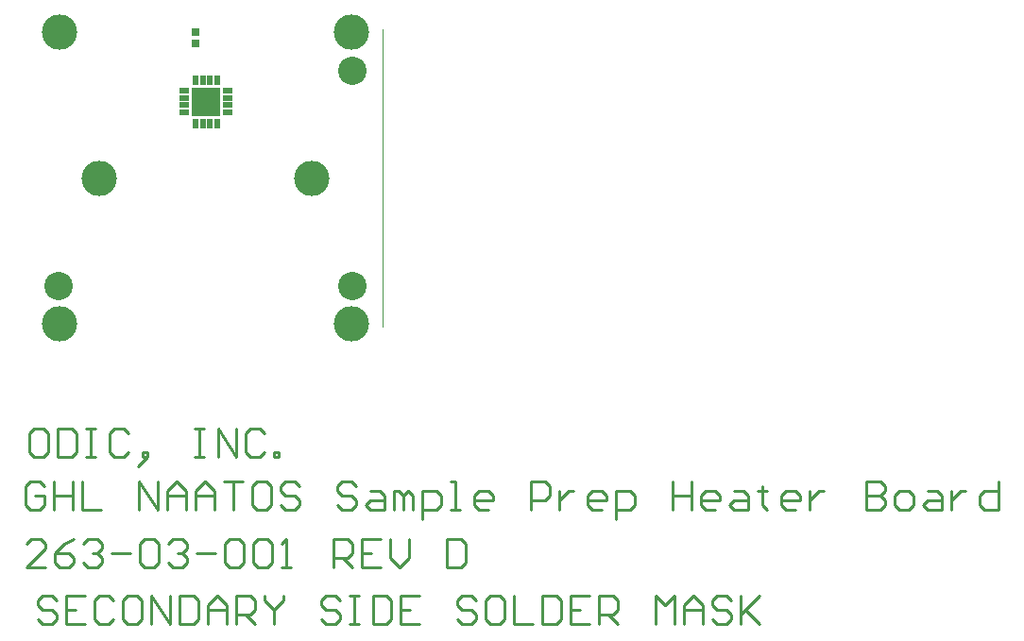
<source format=gbs>
G04*
G04 #@! TF.GenerationSoftware,Altium Limited,Altium Designer,24.9.1 (31)*
G04*
G04 Layer_Color=16711935*
%FSLAX44Y44*%
%MOMM*%
G71*
G04*
G04 #@! TF.SameCoordinates,8DF27061-4A41-470E-9062-B82E270B293B*
G04*
G04*
G04 #@! TF.FilePolarity,Negative*
G04*
G01*
G75*
%ADD11C,0.2540*%
%ADD13C,0.0127*%
%ADD18C,2.5400*%
%ADD19C,3.1750*%
%ADD28R,2.5908X2.5908*%
%ADD33R,0.4826X0.9398*%
%ADD34R,0.9398X0.4826*%
%ADD35R,0.7270X0.7270*%
D11*
X24874Y-219989D02*
X20642Y-215757D01*
X12178D01*
X7947Y-219989D01*
Y-224221D01*
X12178Y-228453D01*
X20642D01*
X24874Y-232685D01*
Y-236917D01*
X20642Y-241148D01*
X12178D01*
X7947Y-236917D01*
X50266Y-215757D02*
X33338D01*
Y-241148D01*
X50266D01*
X33338Y-228453D02*
X41802D01*
X75658Y-219989D02*
X71426Y-215757D01*
X62962D01*
X58730Y-219989D01*
Y-236917D01*
X62962Y-241148D01*
X71426D01*
X75658Y-236917D01*
X96818Y-215757D02*
X88354D01*
X84122Y-219989D01*
Y-236917D01*
X88354Y-241148D01*
X96818D01*
X101050Y-236917D01*
Y-219989D01*
X96818Y-215757D01*
X109514Y-241148D02*
Y-215757D01*
X126442Y-241148D01*
Y-215757D01*
X134906D02*
Y-241148D01*
X147601D01*
X151833Y-236917D01*
Y-219989D01*
X147601Y-215757D01*
X134906D01*
X160297Y-241148D02*
Y-224221D01*
X168761Y-215757D01*
X177225Y-224221D01*
Y-241148D01*
Y-228453D01*
X160297D01*
X185689Y-241148D02*
Y-215757D01*
X198385D01*
X202617Y-219989D01*
Y-228453D01*
X198385Y-232685D01*
X185689D01*
X194153D02*
X202617Y-241148D01*
X211081Y-215757D02*
Y-219989D01*
X219545Y-228453D01*
X228009Y-219989D01*
Y-215757D01*
X219545Y-228453D02*
Y-241148D01*
X278792Y-219989D02*
X274560Y-215757D01*
X266096D01*
X261864Y-219989D01*
Y-224221D01*
X266096Y-228453D01*
X274560D01*
X278792Y-232685D01*
Y-236917D01*
X274560Y-241148D01*
X266096D01*
X261864Y-236917D01*
X287256Y-215757D02*
X295720D01*
X291488D01*
Y-241148D01*
X287256D01*
X295720D01*
X308416Y-215757D02*
Y-241148D01*
X321112D01*
X325344Y-236917D01*
Y-219989D01*
X321112Y-215757D01*
X308416D01*
X350736D02*
X333808D01*
Y-241148D01*
X350736D01*
X333808Y-228453D02*
X342272D01*
X401519Y-219989D02*
X397287Y-215757D01*
X388824D01*
X384591Y-219989D01*
Y-224221D01*
X388824Y-228453D01*
X397287D01*
X401519Y-232685D01*
Y-236917D01*
X397287Y-241148D01*
X388824D01*
X384591Y-236917D01*
X422679Y-215757D02*
X414215D01*
X409983Y-219989D01*
Y-236917D01*
X414215Y-241148D01*
X422679D01*
X426911Y-236917D01*
Y-219989D01*
X422679Y-215757D01*
X435375D02*
Y-241148D01*
X452303D01*
X460767Y-215757D02*
Y-241148D01*
X473463D01*
X477695Y-236917D01*
Y-219989D01*
X473463Y-215757D01*
X460767D01*
X503087D02*
X486159D01*
Y-241148D01*
X503087D01*
X486159Y-228453D02*
X494623D01*
X511550Y-241148D02*
Y-215757D01*
X524246D01*
X528478Y-219989D01*
Y-228453D01*
X524246Y-232685D01*
X511550D01*
X520014D02*
X528478Y-241148D01*
X562334D02*
Y-215757D01*
X570798Y-224221D01*
X579262Y-215757D01*
Y-241148D01*
X587726D02*
Y-224221D01*
X596190Y-215757D01*
X604654Y-224221D01*
Y-241148D01*
Y-228453D01*
X587726D01*
X630046Y-219989D02*
X625813Y-215757D01*
X617350D01*
X613118Y-219989D01*
Y-224221D01*
X617350Y-228453D01*
X625813D01*
X630046Y-232685D01*
Y-236917D01*
X625813Y-241148D01*
X617350D01*
X613118Y-236917D01*
X638509Y-215757D02*
Y-241148D01*
Y-232685D01*
X655437Y-215757D01*
X642741Y-228453D01*
X655437Y-241148D01*
X12982Y-65749D02*
X4518D01*
X287Y-69981D01*
Y-86909D01*
X4518Y-91141D01*
X12982D01*
X17214Y-86909D01*
Y-69981D01*
X12982Y-65749D01*
X25678D02*
Y-91141D01*
X38374D01*
X42606Y-86909D01*
Y-69981D01*
X38374Y-65749D01*
X25678D01*
X51070D02*
X59534D01*
X55302D01*
Y-91141D01*
X51070D01*
X59534D01*
X89158Y-69981D02*
X84926Y-65749D01*
X76462D01*
X72230Y-69981D01*
Y-86909D01*
X76462Y-91141D01*
X84926D01*
X89158Y-86909D01*
X101854Y-95372D02*
X106086Y-91141D01*
Y-86909D01*
X101854D01*
Y-91141D01*
X106086D01*
X101854Y-95372D01*
X97622Y-99605D01*
X148405Y-65749D02*
X156869D01*
X152637D01*
Y-91141D01*
X148405D01*
X156869D01*
X169565D02*
Y-65749D01*
X186493Y-91141D01*
Y-65749D01*
X211885Y-69981D02*
X207653Y-65749D01*
X199189D01*
X194957Y-69981D01*
Y-86909D01*
X199189Y-91141D01*
X207653D01*
X211885Y-86909D01*
X220349Y-91141D02*
Y-86909D01*
X224581D01*
Y-91141D01*
X220349D01*
X14468Y-117106D02*
X10236Y-112874D01*
X1772D01*
X-2460Y-117106D01*
Y-134034D01*
X1772Y-138266D01*
X10236D01*
X14468Y-134034D01*
Y-125570D01*
X6004D01*
X22932Y-112874D02*
Y-138266D01*
Y-125570D01*
X39860D01*
Y-112874D01*
Y-138266D01*
X48324Y-112874D02*
Y-138266D01*
X65251D01*
X99107D02*
Y-112874D01*
X116035Y-138266D01*
Y-112874D01*
X124499Y-138266D02*
Y-121338D01*
X132963Y-112874D01*
X141427Y-121338D01*
Y-138266D01*
Y-125570D01*
X124499D01*
X149891Y-138266D02*
Y-121338D01*
X158355Y-112874D01*
X166819Y-121338D01*
Y-138266D01*
Y-125570D01*
X149891D01*
X175283Y-112874D02*
X192210D01*
X183746D01*
Y-138266D01*
X213370Y-112874D02*
X204906D01*
X200674Y-117106D01*
Y-134034D01*
X204906Y-138266D01*
X213370D01*
X217602Y-134034D01*
Y-117106D01*
X213370Y-112874D01*
X242994Y-117106D02*
X238762Y-112874D01*
X230298D01*
X226066Y-117106D01*
Y-121338D01*
X230298Y-125570D01*
X238762D01*
X242994Y-129802D01*
Y-134034D01*
X238762Y-138266D01*
X230298D01*
X226066Y-134034D01*
X293778Y-117106D02*
X289546Y-112874D01*
X281082D01*
X276850Y-117106D01*
Y-121338D01*
X281082Y-125570D01*
X289546D01*
X293778Y-129802D01*
Y-134034D01*
X289546Y-138266D01*
X281082D01*
X276850Y-134034D01*
X306474Y-121338D02*
X314937D01*
X319169Y-125570D01*
Y-138266D01*
X306474D01*
X302242Y-134034D01*
X306474Y-129802D01*
X319169D01*
X327633Y-138266D02*
Y-121338D01*
X331865D01*
X336097Y-125570D01*
Y-138266D01*
Y-125570D01*
X340329Y-121338D01*
X344561Y-125570D01*
Y-138266D01*
X353025Y-146730D02*
Y-121338D01*
X365721D01*
X369953Y-125570D01*
Y-134034D01*
X365721Y-138266D01*
X353025D01*
X378417D02*
X386881D01*
X382649D01*
Y-112874D01*
X378417D01*
X412273Y-138266D02*
X403809D01*
X399577Y-134034D01*
Y-125570D01*
X403809Y-121338D01*
X412273D01*
X416505Y-125570D01*
Y-129802D01*
X399577D01*
X450360Y-138266D02*
Y-112874D01*
X463056D01*
X467288Y-117106D01*
Y-125570D01*
X463056Y-129802D01*
X450360D01*
X475752Y-121338D02*
Y-138266D01*
Y-129802D01*
X479984Y-125570D01*
X484216Y-121338D01*
X488448D01*
X513840Y-138266D02*
X505376D01*
X501144Y-134034D01*
Y-125570D01*
X505376Y-121338D01*
X513840D01*
X518072Y-125570D01*
Y-129802D01*
X501144D01*
X526536Y-146730D02*
Y-121338D01*
X539232D01*
X543464Y-125570D01*
Y-134034D01*
X539232Y-138266D01*
X526536D01*
X577319Y-112874D02*
Y-138266D01*
Y-125570D01*
X594247D01*
Y-112874D01*
Y-138266D01*
X615407D02*
X606943D01*
X602711Y-134034D01*
Y-125570D01*
X606943Y-121338D01*
X615407D01*
X619639Y-125570D01*
Y-129802D01*
X602711D01*
X632335Y-121338D02*
X640799D01*
X645031Y-125570D01*
Y-138266D01*
X632335D01*
X628103Y-134034D01*
X632335Y-129802D01*
X645031D01*
X657727Y-117106D02*
Y-121338D01*
X653495D01*
X661959D01*
X657727D01*
Y-134034D01*
X661959Y-138266D01*
X687350D02*
X678886D01*
X674655Y-134034D01*
Y-125570D01*
X678886Y-121338D01*
X687350D01*
X691582Y-125570D01*
Y-129802D01*
X674655D01*
X700046Y-121338D02*
Y-138266D01*
Y-129802D01*
X704278Y-125570D01*
X708510Y-121338D01*
X712742D01*
X750830Y-112874D02*
Y-138266D01*
X763526D01*
X767758Y-134034D01*
Y-129802D01*
X763526Y-125570D01*
X750830D01*
X763526D01*
X767758Y-121338D01*
Y-117106D01*
X763526Y-112874D01*
X750830D01*
X780454Y-138266D02*
X788918D01*
X793150Y-134034D01*
Y-125570D01*
X788918Y-121338D01*
X780454D01*
X776222Y-125570D01*
Y-134034D01*
X780454Y-138266D01*
X805845Y-121338D02*
X814309D01*
X818541Y-125570D01*
Y-138266D01*
X805845D01*
X801613Y-134034D01*
X805845Y-129802D01*
X818541D01*
X827005Y-121338D02*
Y-138266D01*
Y-129802D01*
X831237Y-125570D01*
X835469Y-121338D01*
X839701D01*
X869325Y-112874D02*
Y-138266D01*
X856629D01*
X852397Y-134034D01*
Y-125570D01*
X856629Y-121338D01*
X869325D01*
X14854Y-190348D02*
X-2074D01*
X14854Y-173421D01*
Y-169189D01*
X10622Y-164957D01*
X2158D01*
X-2074Y-169189D01*
X40246Y-164957D02*
X31782Y-169189D01*
X23318Y-177653D01*
Y-186117D01*
X27550Y-190348D01*
X36014D01*
X40246Y-186117D01*
Y-181885D01*
X36014Y-177653D01*
X23318D01*
X48710Y-169189D02*
X52942Y-164957D01*
X61406D01*
X65638Y-169189D01*
Y-173421D01*
X61406Y-177653D01*
X57174D01*
X61406D01*
X65638Y-181885D01*
Y-186117D01*
X61406Y-190348D01*
X52942D01*
X48710Y-186117D01*
X74102Y-177653D02*
X91030D01*
X99494Y-169189D02*
X103726Y-164957D01*
X112190D01*
X116422Y-169189D01*
Y-186117D01*
X112190Y-190348D01*
X103726D01*
X99494Y-186117D01*
Y-169189D01*
X124886D02*
X129117Y-164957D01*
X137581D01*
X141813Y-169189D01*
Y-173421D01*
X137581Y-177653D01*
X133349D01*
X137581D01*
X141813Y-181885D01*
Y-186117D01*
X137581Y-190348D01*
X129117D01*
X124886Y-186117D01*
X150277Y-177653D02*
X167205D01*
X175669Y-169189D02*
X179901Y-164957D01*
X188365D01*
X192597Y-169189D01*
Y-186117D01*
X188365Y-190348D01*
X179901D01*
X175669Y-186117D01*
Y-169189D01*
X201061D02*
X205293Y-164957D01*
X213757D01*
X217989Y-169189D01*
Y-186117D01*
X213757Y-190348D01*
X205293D01*
X201061Y-186117D01*
Y-169189D01*
X226453Y-190348D02*
X234917D01*
X230685D01*
Y-164957D01*
X226453Y-169189D01*
X273004Y-190348D02*
Y-164957D01*
X285700D01*
X289932Y-169189D01*
Y-177653D01*
X285700Y-181885D01*
X273004D01*
X281468D02*
X289932Y-190348D01*
X315324Y-164957D02*
X298396D01*
Y-190348D01*
X315324D01*
X298396Y-177653D02*
X306860D01*
X323788Y-164957D02*
Y-181885D01*
X332252Y-190348D01*
X340716Y-181885D01*
Y-164957D01*
X374571D02*
Y-190348D01*
X387267D01*
X391499Y-186117D01*
Y-169189D01*
X387267Y-164957D01*
X374571D01*
D13*
X317500Y25400D02*
Y292100D01*
D18*
X290000Y255000D02*
D03*
Y62000D02*
D03*
X27000D02*
D03*
D19*
X289560Y289560D02*
D03*
X27940D02*
D03*
X63500Y158750D02*
D03*
X254000D02*
D03*
X289560Y27940D02*
D03*
X27940D02*
D03*
D28*
X159320Y227620D02*
D03*
D33*
X149570Y247051D02*
D03*
X156070D02*
D03*
X162570D02*
D03*
X169070D02*
D03*
Y208189D02*
D03*
X162570D02*
D03*
X156070D02*
D03*
X149570D02*
D03*
D34*
X178751Y237370D02*
D03*
Y230870D02*
D03*
Y224370D02*
D03*
Y217870D02*
D03*
X139889D02*
D03*
Y224370D02*
D03*
Y230870D02*
D03*
Y237370D02*
D03*
D35*
X150000Y289600D02*
D03*
Y279600D02*
D03*
M02*

</source>
